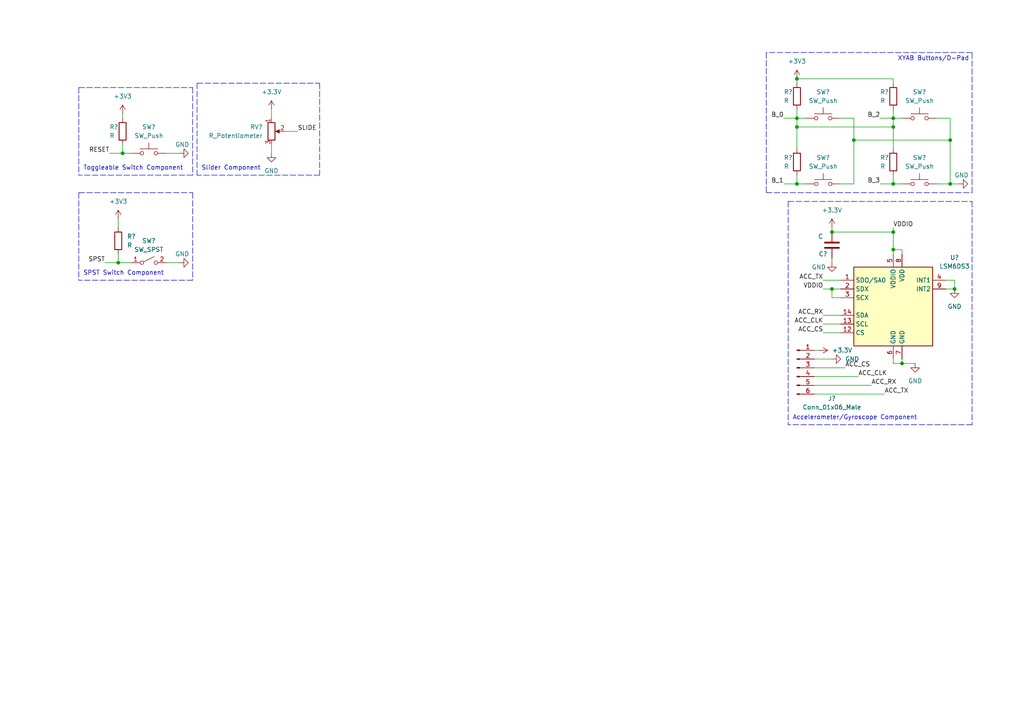
<source format=kicad_sch>
(kicad_sch (version 20211123) (generator eeschema)
  (paper "A4")
  (lib_symbols
    (symbol "+3V3_1" (power) (pin_names (offset 0))
      (property "Value" "+3V3_1" (at 0 3.556 0))
      (symbol "+3V3_1_0_1"
        (polyline (pts (xy -0.762 1.27) (xy 0 2.54)))
        (polyline (pts (xy 0 0) (xy 0 2.54)))
        (polyline (pts (xy 0 2.54) (xy 0.762 1.27)))
      )
      (symbol "+3V3_1_1_1"
        (pin power_in line (at 0 0 90) (length 0) hide (name "+3V3") (number "1"))
      )
    )
    (symbol "+3V3_2" (power) (pin_names (offset 0))
      (property "Value" "+3V3_2" (at 0 3.556 0))
      (symbol "+3V3_2_0_1"
        (polyline (pts (xy -0.762 1.27) (xy 0 2.54)))
        (polyline (pts (xy 0 0) (xy 0 2.54)))
        (polyline (pts (xy 0 2.54) (xy 0.762 1.27)))
      )
      (symbol "+3V3_2_1_1"
        (pin power_in line (at 0 0 90) (length 0) hide (name "+3V3") (number "1"))
      )
    )
    (symbol "Connector:Conn_01x06_Male" (pin_names (offset 1.016) hide)
      (property "Reference" "J" (at 0 7.62 0))
      (property "Value" "Conn_01x06_Male" (at 0 -10.16 0))
      (symbol "Conn_01x06_Male_1_1"
        (polyline (pts (xy 1.27 -7.62) (xy 0.8636 -7.62)) (stroke (width 0.1524)))
        (polyline (pts (xy 1.27 -5.08) (xy 0.8636 -5.08)) (stroke (width 0.1524)))
        (polyline (pts (xy 1.27 -2.54) (xy 0.8636 -2.54)) (stroke (width 0.1524)))
        (polyline (pts (xy 1.27 0) (xy 0.8636 0)) (stroke (width 0.1524)))
        (polyline (pts (xy 1.27 2.54) (xy 0.8636 2.54)) (stroke (width 0.1524)))
        (polyline (pts (xy 1.27 5.08) (xy 0.8636 5.08)) (stroke (width 0.1524)))
        (rectangle (start 0.8636 -7.493) (end 0 -7.747) (stroke (width 0.1524)) (fill (type outline)))
        (rectangle (start 0.8636 -4.953) (end 0 -5.207) (stroke (width 0.1524)) (fill (type outline)))
        (rectangle (start 0.8636 -2.413) (end 0 -2.667) (stroke (width 0.1524)) (fill (type outline)))
        (rectangle (start 0.8636 0.127) (end 0 -0.127) (stroke (width 0.1524)) (fill (type outline)))
        (rectangle (start 0.8636 2.667) (end 0 2.413) (stroke (width 0.1524)) (fill (type outline)))
        (rectangle (start 0.8636 5.207) (end 0 4.953) (stroke (width 0.1524)) (fill (type outline)))
        (pin passive line (at 5.08 5.08 180) (length 3.81) (name "Pin_1") (number "1"))
        (pin passive line (at 5.08 2.54 180) (length 3.81) (name "Pin_2") (number "2"))
        (pin passive line (at 5.08 0 180) (length 3.81) (name "Pin_3") (number "3"))
        (pin passive line (at 5.08 -2.54 180) (length 3.81) (name "Pin_4") (number "4"))
        (pin passive line (at 5.08 -5.08 180) (length 3.81) (name "Pin_5") (number "5"))
        (pin passive line (at 5.08 -7.62 180) (length 3.81) (name "Pin_6") (number "6"))
      )
    )
    (symbol "Device:C" (pin_numbers hide) (pin_names (offset 0.254))
      (property "Reference" "C" (at 0.635 2.54 0))
      (property "Value" "C" (at 0.635 -2.54 0))
      (symbol "C_0_1"
        (polyline (pts (xy -2.032 -0.762) (xy 2.032 -0.762)) (stroke (width 0.508)))
        (polyline (pts (xy -2.032 0.762) (xy 2.032 0.762)) (stroke (width 0.508)))
      )
      (symbol "C_1_1"
        (pin passive line (at 0 3.81 270) (length 2.794) (name "~") (number "1"))
        (pin passive line (at 0 -3.81 90) (length 2.794) (name "~") (number "2"))
      )
    )
    (symbol "Device:R" (pin_numbers hide) (pin_names (offset 0))
      (property "Reference" "R" (at 2.032 0 90))
      (property "Value" "R" (at 0 0 90))
      (symbol "R_0_1"
        (rectangle (start -1.016 -2.54) (end 1.016 2.54) (stroke (width 0.254)))
      )
      (symbol "R_1_1"
        (pin passive line (at 0 3.81 270) (length 1.27) (name "~") (number "1"))
        (pin passive line (at 0 -3.81 90) (length 1.27) (name "~") (number "2"))
      )
    )
    (symbol "Device:R_Potentiometer" (pin_names (offset 1.016) hide)
      (property "Reference" "RV" (at -4.445 0 90))
      (property "Value" "R_Potentiometer" (at -2.54 0 90))
      (symbol "R_Potentiometer_0_1"
        (polyline (pts (xy 2.54 0) (xy 1.524 0)))
        (polyline (pts (xy 1.143 0) (xy 2.286 0.508) (xy 2.286 -0.508) (xy 1.143 0)) (fill (type outline)))
        (rectangle (start 1.016 2.54) (end -1.016 -2.54) (stroke (width 0.254)))
      )
      (symbol "R_Potentiometer_1_1"
        (pin passive line (at 0 3.81 270) (length 1.27) (name "1") (number "1"))
        (pin passive line (at 3.81 0 180) (length 1.27) (name "2") (number "2"))
        (pin passive line (at 0 -3.81 90) (length 1.27) (name "3") (number "3"))
      )
    )
    (symbol "GND_1" (power) (pin_names (offset 0))
      (property "Value" "GND_1" (at 0 -3.81 0))
      (symbol "GND_1_0_1"
        (polyline (pts (xy 0 0) (xy 0 -1.27) (xy 1.27 -1.27) (xy 0 -2.54) (xy -1.27 -1.27) (xy 0 -1.27)))
      )
      (symbol "GND_1_1_1"
        (pin power_in line (at 0 0 270) (length 0) hide (name "GND") (number "1"))
      )
    )
    (symbol "GND_2" (power) (pin_names (offset 0))
      (property "Value" "GND_2" (at 0 -3.81 0))
      (symbol "GND_2_0_1"
        (polyline (pts (xy 0 0) (xy 0 -1.27) (xy 1.27 -1.27) (xy 0 -2.54) (xy -1.27 -1.27) (xy 0 -1.27)))
      )
      (symbol "GND_2_1_1"
        (pin power_in line (at 0 0 270) (length 0) hide (name "GND") (number "1"))
      )
    )
    (symbol "GND_3" (power) (pin_names (offset 0))
      (property "Value" "GND_3" (at 0 -3.81 0))
      (symbol "GND_3_0_1"
        (polyline (pts (xy 0 0) (xy 0 -1.27) (xy 1.27 -1.27) (xy 0 -2.54) (xy -1.27 -1.27) (xy 0 -1.27)))
      )
      (symbol "GND_3_1_1"
        (pin power_in line (at 0 0 270) (length 0) hide (name "GND") (number "1"))
      )
    )
    (symbol "GND_4" (power) (pin_names (offset 0))
      (property "Value" "GND_4" (at 0 -3.81 0))
      (symbol "GND_4_0_1"
        (polyline (pts (xy 0 0) (xy 0 -1.27) (xy 1.27 -1.27) (xy 0 -2.54) (xy -1.27 -1.27) (xy 0 -1.27)))
      )
      (symbol "GND_4_1_1"
        (pin power_in line (at 0 0 270) (length 0) hide (name "GND") (number "1"))
      )
    )
    (symbol "GND_5" (power) (pin_names (offset 0))
      (property "Value" "GND_5" (at 0 -3.81 0))
      (symbol "GND_5_0_1"
        (polyline (pts (xy 0 0) (xy 0 -1.27) (xy 1.27 -1.27) (xy 0 -2.54) (xy -1.27 -1.27) (xy 0 -1.27)))
      )
      (symbol "GND_5_1_1"
        (pin power_in line (at 0 0 270) (length 0) hide (name "GND") (number "1"))
      )
    )
    (symbol "GND_6" (power) (pin_names (offset 0))
      (property "Value" "GND_6" (at 0 -3.81 0))
      (symbol "GND_6_0_1"
        (polyline (pts (xy 0 0) (xy 0 -1.27) (xy 1.27 -1.27) (xy 0 -2.54) (xy -1.27 -1.27) (xy 0 -1.27)))
      )
      (symbol "GND_6_1_1"
        (pin power_in line (at 0 0 270) (length 0) hide (name "GND") (number "1"))
      )
    )
    (symbol "GND_7" (power) (pin_names (offset 0))
      (property "Value" "GND_7" (at 0 -3.81 0))
      (symbol "GND_7_0_1"
        (polyline (pts (xy 0 0) (xy 0 -1.27) (xy 1.27 -1.27) (xy 0 -2.54) (xy -1.27 -1.27) (xy 0 -1.27)))
      )
      (symbol "GND_7_1_1"
        (pin power_in line (at 0 0 270) (length 0) hide (name "GND") (number "1"))
      )
    )
    (symbol "Sensor_Motion:LSM6DS3"
      (property "Reference" "U" (at -11.43 15.24 0))
      (property "Value" "LSM6DS3" (at -11.43 12.7 0))
      (symbol "LSM6DS3_0_1"
        (rectangle (start 11.43 11.43) (end -11.43 -11.43) (stroke (width 0.254)) (fill (type background)))
      )
      (symbol "LSM6DS3_1_1"
        (pin bidirectional line (at -15.24 7.62 0) (length 3.81) (name "SDO/SA0") (number "1"))
        (pin no_connect line (at 10.16 -5.08 180) (length 3.81) hide (name "NC") (number "10"))
        (pin no_connect line (at 10.16 -2.54 180) (length 3.81) hide (name "NC") (number "11"))
        (pin input line (at -15.24 -7.62 0) (length 3.81) (name "CS") (number "12"))
        (pin input line (at -15.24 -5.08 0) (length 3.81) (name "SCL") (number "13"))
        (pin bidirectional line (at -15.24 -2.54 0) (length 3.81) (name "SDA") (number "14"))
        (pin bidirectional line (at -15.24 5.08 0) (length 3.81) (name "SDX") (number "2"))
        (pin input line (at -15.24 2.54 0) (length 3.81) (name "SCX") (number "3"))
        (pin output line (at 15.24 7.62 180) (length 3.81) (name "INT1") (number "4"))
        (pin power_in line (at 0 15.24 270) (length 3.81) (name "VDDIO") (number "5"))
        (pin power_in line (at 0 -15.24 90) (length 3.81) (name "GND") (number "6"))
        (pin power_in line (at 2.54 -15.24 90) (length 3.81) (name "GND") (number "7"))
        (pin power_in line (at 2.54 15.24 270) (length 3.81) (name "VDD") (number "8"))
        (pin output line (at 15.24 5.08 180) (length 3.81) (name "INT2") (number "9"))
      )
    )
    (symbol "Switch:SW_Push" (pin_numbers hide) (pin_names (offset 1.016) hide)
      (property "Reference" "SW" (at 1.27 2.54 0))
      (property "Value" "SW_Push" (at 0 -1.524 0))
      (symbol "SW_Push_0_1"
        (circle (center -2.032 0) (radius 0.508))
        (polyline (pts (xy 0 1.27) (xy 0 3.048)))
        (polyline (pts (xy 2.54 1.27) (xy -2.54 1.27)))
        (circle (center 2.032 0) (radius 0.508))
        (pin passive line (at -5.08 0 0) (length 2.54) (name "1") (number "1"))
        (pin passive line (at 5.08 0 180) (length 2.54) (name "2") (number "2"))
      )
    )
    (symbol "Switch:SW_SPST" (pin_names (offset 0) hide)
      (property "Reference" "SW" (at 0 3.175 0))
      (property "Value" "SW_SPST" (at 0 -2.54 0))
      (symbol "SW_SPST_0_0"
        (circle (center -2.032 0) (radius 0.508))
        (polyline (pts (xy -1.524 0.254) (xy 1.524 1.778)))
        (circle (center 2.032 0) (radius 0.508))
      )
      (symbol "SW_SPST_1_1"
        (pin passive line (at -5.08 0 0) (length 2.54) (name "A") (number "1"))
        (pin passive line (at 5.08 0 180) (length 2.54) (name "B") (number "2"))
      )
    )
    (symbol "power:+3.3V" (power) (pin_names (offset 0))
      (property "Value" "+3.3V" (at 0 3.556 0))
      (symbol "+3.3V_0_1"
        (polyline (pts (xy -0.762 1.27) (xy 0 2.54)))
        (polyline (pts (xy 0 0) (xy 0 2.54)))
        (polyline (pts (xy 0 2.54) (xy 0.762 1.27)))
      )
      (symbol "+3.3V_1_1"
        (pin power_in line (at 0 0 90) (length 0) hide (name "+3.3V") (number "1"))
      )
    )
  )
  (junction (at 259.08 67.31))
  (junction (at 261.62 105.41))
  (junction (at 276.86 83.82))
  (junction (at 231.14 22.86))
  (junction (at 259.08 34.29))
  (junction (at 241.3 83.82))
  (junction (at 241.3 67.31))
  (junction (at 259.08 72.39))
  (junction (at 35.56 44.45))
  (junction (at 259.08 53.34))
  (junction (at 231.14 53.34))
  (junction (at 247.65 40.64))
  (junction (at 259.08 36.83))
  (junction (at 275.59 40.64))
  (junction (at 231.14 36.83))
  (junction (at 34.29 76.2))
  (junction (at 275.59 53.34))
  (junction (at 231.14 34.29))
  (polyline (pts (xy 57.15 24.13) (xy 92.71 24.13)))
  (wire (pts (xy 231.14 34.29) (xy 231.14 36.83)))
  (wire (pts (xy 275.59 53.34) (xy 278.13 53.34)))
  (wire (pts (xy 34.29 73.66) (xy 34.29 76.2)))
  (wire (pts (xy 35.56 33.02) (xy 35.56 34.29)))
  (wire (pts (xy 276.86 81.28) (xy 276.86 83.82)))
  (wire (pts (xy 227.33 34.29) (xy 231.14 34.29)))
  (wire (pts (xy 259.08 105.41) (xy 261.62 105.41)))
  (wire (pts (xy 241.3 86.36) (xy 243.84 86.36)))
  (polyline (pts (xy 92.71 50.8) (xy 57.15 50.8)))
  (wire (pts (xy 275.59 40.64) (xy 275.59 53.34)))
  (wire (pts (xy 231.14 22.86) (xy 259.08 22.86)))
  (wire (pts (xy 236.22 111.76) (xy 252.73 111.76)))
  (polyline (pts (xy 222.25 15.24) (xy 222.25 55.88)))
  (wire (pts (xy 78.74 44.45) (xy 78.74 41.91)))
  (polyline (pts (xy 228.6 58.42) (xy 228.6 123.19)))
  (wire (pts (xy 236.22 101.6) (xy 237.49 101.6)))
  (wire (pts (xy 231.14 36.83) (xy 259.08 36.83)))
  (wire (pts (xy 275.59 34.29) (xy 275.59 40.64)))
  (polyline (pts (xy 55.88 50.8) (xy 22.86 50.8)))
  (wire (pts (xy 34.29 76.2) (xy 38.1 76.2)))
  (wire (pts (xy 271.78 34.29) (xy 275.59 34.29)))
  (wire (pts (xy 236.22 104.14) (xy 241.3 104.14)))
  (wire (pts (xy 243.84 53.34) (xy 247.65 53.34)))
  (wire (pts (xy 238.76 91.44) (xy 243.84 91.44)))
  (wire (pts (xy 261.62 105.41) (xy 265.43 105.41)))
  (wire (pts (xy 236.22 114.3) (xy 256.54 114.3)))
  (polyline (pts (xy 22.86 55.88) (xy 22.86 81.28)))
  (wire (pts (xy 48.26 44.45) (xy 52.07 44.45)))
  (wire (pts (xy 31.75 44.45) (xy 35.56 44.45)))
  (wire (pts (xy 241.3 74.93) (xy 241.3 76.2)))
  (wire (pts (xy 247.65 40.64) (xy 247.65 53.34)))
  (polyline (pts (xy 228.6 58.42) (xy 281.94 58.42)))
  (wire (pts (xy 231.14 50.8) (xy 231.14 53.34)))
  (wire (pts (xy 259.08 34.29) (xy 259.08 36.83)))
  (polyline (pts (xy 22.86 25.4) (xy 22.86 50.8)))
  (wire (pts (xy 231.14 31.75) (xy 231.14 34.29)))
  (wire (pts (xy 241.3 66.04) (xy 241.3 67.31)))
  (wire (pts (xy 247.65 34.29) (xy 247.65 40.64)))
  (wire (pts (xy 238.76 81.28) (xy 243.84 81.28)))
  (wire (pts (xy 255.27 34.29) (xy 259.08 34.29)))
  (wire (pts (xy 261.62 72.39) (xy 261.62 73.66)))
  (wire (pts (xy 243.84 34.29) (xy 247.65 34.29)))
  (polyline (pts (xy 281.94 123.19) (xy 228.6 123.19)))
  (polyline (pts (xy 55.88 55.88) (xy 55.88 81.28)))
  (wire (pts (xy 247.65 40.64) (xy 275.59 40.64)))
  (wire (pts (xy 259.08 67.31) (xy 259.08 72.39)))
  (wire (pts (xy 48.26 76.2) (xy 52.07 76.2)))
  (wire (pts (xy 259.08 53.34) (xy 261.62 53.34)))
  (polyline (pts (xy 22.86 55.88) (xy 55.88 55.88)))
  (polyline (pts (xy 55.88 25.4) (xy 55.88 50.8)))
  (wire (pts (xy 231.14 22.86) (xy 231.14 24.13)))
  (polyline (pts (xy 281.94 55.88) (xy 281.94 15.24)))
  (wire (pts (xy 231.14 34.29) (xy 233.68 34.29)))
  (wire (pts (xy 274.32 83.82) (xy 276.86 83.82)))
  (polyline (pts (xy 281.94 58.42) (xy 281.94 123.19)))
  (wire (pts (xy 241.3 67.31) (xy 259.08 67.31)))
  (wire (pts (xy 82.55 38.1) (xy 86.36 38.1)))
  (wire (pts (xy 241.3 83.82) (xy 243.84 83.82)))
  (wire (pts (xy 259.08 72.39) (xy 259.08 73.66)))
  (polyline (pts (xy 281.94 15.24) (xy 222.25 15.24)))
  (wire (pts (xy 35.56 41.91) (xy 35.56 44.45)))
  (wire (pts (xy 274.32 81.28) (xy 276.86 81.28)))
  (polyline (pts (xy 57.15 24.13) (xy 57.15 50.8)))
  (wire (pts (xy 271.78 53.34) (xy 275.59 53.34)))
  (wire (pts (xy 259.08 72.39) (xy 261.62 72.39)))
  (wire (pts (xy 227.33 53.34) (xy 231.14 53.34)))
  (wire (pts (xy 259.08 36.83) (xy 259.08 43.18)))
  (wire (pts (xy 241.3 83.82) (xy 241.3 86.36)))
  (wire (pts (xy 261.62 105.41) (xy 261.62 104.14)))
  (wire (pts (xy 231.14 36.83) (xy 231.14 43.18)))
  (wire (pts (xy 259.08 34.29) (xy 261.62 34.29)))
  (wire (pts (xy 34.29 63.5) (xy 34.29 66.04)))
  (wire (pts (xy 259.08 50.8) (xy 259.08 53.34)))
  (wire (pts (xy 238.76 96.52) (xy 243.84 96.52)))
  (wire (pts (xy 236.22 106.68) (xy 245.11 106.68)))
  (wire (pts (xy 231.14 53.34) (xy 233.68 53.34)))
  (wire (pts (xy 259.08 31.75) (xy 259.08 34.29)))
  (polyline (pts (xy 92.71 24.13) (xy 92.71 50.8)))
  (wire (pts (xy 255.27 53.34) (xy 259.08 53.34)))
  (polyline (pts (xy 222.25 55.88) (xy 281.94 55.88)))
  (wire (pts (xy 259.08 104.14) (xy 259.08 105.41)))
  (wire (pts (xy 259.08 22.86) (xy 259.08 24.13)))
  (wire (pts (xy 35.56 44.45) (xy 38.1 44.45)))
  (wire (pts (xy 78.74 31.75) (xy 78.74 34.29)))
  (wire (pts (xy 238.76 83.82) (xy 241.3 83.82)))
  (polyline (pts (xy 55.88 81.28) (xy 22.86 81.28)))
  (wire (pts (xy 259.08 66.04) (xy 259.08 67.31)))
  (wire (pts (xy 236.22 109.22) (xy 248.92 109.22)))
  (wire (pts (xy 238.76 93.98) (xy 243.84 93.98)))
  (polyline (pts (xy 22.86 25.4) (xy 55.88 25.4)))
  (wire (pts (xy 30.48 76.2) (xy 34.29 76.2)))
  (text "Toggleable Switch Component\n" (at 24.13 49.53 0) (effects (font (size 1.27 1.27)) (justify left bottom)))
  (text "Slider Component" (at 58.42 49.53 0) (effects (font (size 1.27 1.27)) (justify left bottom)))
  (text "XYAB Buttons/D-Pad" (at 260.35 17.78 0) (effects (font (size 1.27 1.27)) (justify left bottom)))
  (text "SPST Switch Component" (at 24.13 80.01 0) (effects (font (size 1.27 1.27)) (justify left bottom)))
  (text "Accelerometer/Gyroscope Component" (at 229.87 121.92 0) (effects (font (size 1.27 1.27)) (justify left bottom)))
  (label "B_1" (at 227.33 53.34 180))
  (label "ACC_CLK" (at 248.92 109.22 0))
  (label "ACC_CLK" (at 238.76 93.98 180))
  (label "SPST" (at 30.48 76.2 180))
  (label "ACC_TX" (at 256.54 114.3 0))
  (label "ACC_CS" (at 245.11 106.68 0))
  (label "ACC_CS" (at 238.76 96.52 180))
  (label "B_0" (at 227.33 34.29 180))
  (label "B_3" (at 255.27 53.34 180))
  (label "RESET" (at 31.75 44.45 180))
  (label "ACC_RX" (at 238.76 91.44 180))
  (label "B_2" (at 255.27 34.29 180))
  (label "ACC_RX" (at 252.73 111.76 0))
  (label "VDDIO" (at 259.08 66.04 0))
  (label "SLIDE" (at 86.36 38.1 0))
  (label "ACC_TX" (at 238.76 81.28 180))
  (label "VDDIO" (at 238.76 83.82 180))
  (symbol (lib_name "+3V3_1") (lib_id "power:+3V3") (at 35.56 33.02 0) (unit 1)
    (property "Reference" "#PWR?" (effects hide))
    (property "Value" "+3V3" (at 35.56 27.94 0))
  )
  (symbol (lib_id "power:+3.3V") (at 237.49 101.6 270) (unit 1)
    (property "Reference" "#PWR?" (effects hide))
    (property "Value" "+3.3V" (at 241.3 101.5999 90) (effects (justify left)))
  )
  (symbol (lib_name "+3V3_2") (lib_id "power:+3V3") (at 34.29 63.5 0) (unit 1)
    (property "Reference" "#PWR?" (effects hide))
    (property "Value" "+3V3" (at 34.29 58.42 0))
  )
  (symbol (lib_id "Connector:Conn_01x06_Male") (at 231.14 106.68 0) (unit 1)
    (property "Reference" "J?" (at 241.3 115.57 0))
    (property "Value" "Conn_01x06_Male" (at 241.3 118.11 0))
  )
  (symbol (lib_id "Device:R") (at 231.14 27.94 0) (unit 1)
    (property "Reference" "R?" (at 227.33 26.67 0) (effects (justify left)))
    (property "Value" "R" (at 227.33 29.21 0) (effects (justify left)))
  )
  (symbol (lib_id "Sensor_Motion:LSM6DS3") (at 259.08 88.9 0) (unit 1)
    (property "Reference" "U?" (at 276.86 74.7012 0))
    (property "Value" "LSM6DS3" (at 276.86 77.2412 0))
    (property "Footprint" "Package_LGA:LGA-14_3x2.5mm_P0.5mm_LayoutBorder3x4y" (effects hide))
    (property "Datasheet" "www.st.com/resource/en/datasheet/lsm6ds3.pdf" (effects hide))
  )
  (symbol (lib_id "Device:R") (at 34.29 69.85 0) (unit 1)
    (property "Reference" "R?" (at 36.83 68.5799 0) (effects (justify left)))
    (property "Value" "R" (at 36.83 71.1199 0) (effects (justify left)))
  )
  (symbol (lib_name "GND_6") (lib_id "power:GND") (at 78.74 44.45 0) (unit 1)
    (property "Reference" "#PWR?" (effects hide))
    (property "Value" "GND" (at 78.74 49.53 0))
  )
  (symbol (lib_id "Device:C") (at 241.3 71.12 180) (unit 1)
    (property "Reference" "C?" (at 240.03 73.66 0) (effects (justify left)))
    (property "Value" "C" (at 238.76 68.58 0) (effects (justify left)))
    (property "Footprint" "Capacitor_SMD:C_0402_1005Metric" (effects hide))
  )
  (symbol (lib_name "+3V3_1") (lib_id "power:+3V3") (at 231.14 22.86 0) (unit 1)
    (property "Reference" "#PWR?" (effects hide))
    (property "Value" "+3V3" (at 231.14 17.78 0))
  )
  (symbol (lib_name "GND_2") (lib_id "power:GND") (at 265.43 105.41 0) (unit 1)
    (property "Reference" "#PWR?" (effects hide))
    (property "Value" "GND" (at 265.43 110.49 0))
  )
  (symbol (lib_id "power:+3.3V") (at 241.3 66.04 0) (unit 1)
    (property "Reference" "#PWR?" (effects hide))
    (property "Value" "+3.3V" (at 241.3 60.96 0))
  )
  (symbol (lib_name "GND_5") (lib_id "power:GND") (at 241.3 104.14 90) (unit 1)
    (property "Reference" "#PWR?" (effects hide))
    (property "Value" "GND" (at 245.11 104.1399 90) (effects (justify right)))
  )
  (symbol (lib_id "Switch:SW_SPST") (at 43.18 76.2 0) (unit 1)
    (property "Reference" "SW?" (at 43.18 69.85 0))
    (property "Value" "SW_SPST" (at 43.18 72.39 0))
  )
  (symbol (lib_id "Switch:SW_Push") (at 238.76 34.29 0) (unit 1)
    (property "Reference" "SW?" (at 238.76 26.67 0))
    (property "Value" "SW_Push" (at 238.76 29.21 0))
  )
  (symbol (lib_id "Switch:SW_Push") (at 266.7 53.34 0) (unit 1)
    (property "Reference" "SW?" (at 266.7 45.72 0))
    (property "Value" "SW_Push" (at 266.7 48.26 0))
  )
  (symbol (lib_id "Device:R") (at 259.08 46.99 0) (unit 1)
    (property "Reference" "R?" (at 255.27 45.72 0) (effects (justify left)))
    (property "Value" "R" (at 255.27 48.26 0) (effects (justify left)))
  )
  (symbol (lib_id "Device:R") (at 259.08 27.94 0) (unit 1)
    (property "Reference" "R?" (at 255.27 26.67 0) (effects (justify left)))
    (property "Value" "R" (at 255.27 29.21 0) (effects (justify left)))
  )
  (symbol (lib_name "GND_3") (lib_id "power:GND") (at 241.3 76.2 0) (unit 1)
    (property "Reference" "#PWR?" (effects hide))
    (property "Value" "GND" (at 237.49 77.47 0))
  )
  (symbol (lib_id "Device:R") (at 35.56 38.1 0) (unit 1)
    (property "Reference" "R?" (at 31.75 36.83 0) (effects (justify left)))
    (property "Value" "R" (at 31.75 39.37 0) (effects (justify left)))
  )
  (symbol (lib_id "power:+3.3V") (at 78.74 31.75 0) (unit 1)
    (property "Reference" "#PWR?" (effects hide))
    (property "Value" "+3.3V" (at 78.74 26.67 0))
  )
  (symbol (lib_id "Switch:SW_Push") (at 238.76 53.34 0) (unit 1)
    (property "Reference" "SW?" (at 238.76 45.72 0))
    (property "Value" "SW_Push" (at 238.76 48.26 0))
  )
  (symbol (lib_name "GND_4") (lib_id "power:GND") (at 276.86 83.82 0) (unit 1)
    (property "Reference" "#PWR?" (effects hide))
    (property "Value" "GND" (at 276.86 88.9 0))
  )
  (symbol (lib_name "GND_7") (lib_id "power:GND") (at 52.07 76.2 90) (unit 1)
    (property "Reference" "#PWR?" (effects hide))
    (property "Value" "GND" (at 50.8 73.66 90) (effects (justify right)))
  )
  (symbol (lib_id "Device:R") (at 231.14 46.99 0) (unit 1)
    (property "Reference" "R?" (at 227.33 45.72 0) (effects (justify left)))
    (property "Value" "R" (at 227.33 48.26 0) (effects (justify left)))
  )
  (symbol (lib_id "Switch:SW_Push") (at 266.7 34.29 0) (unit 1)
    (property "Reference" "SW?" (at 266.7 26.67 0))
    (property "Value" "SW_Push" (at 266.7 29.21 0))
  )
  (symbol (lib_name "GND_1") (lib_id "power:GND") (at 278.13 53.34 90) (unit 1)
    (property "Reference" "#PWR?" (effects hide))
    (property "Value" "GND" (at 276.86 50.8 90) (effects (justify right)))
  )
  (symbol (lib_id "Device:R_Potentiometer") (at 78.74 38.1 0) (unit 1)
    (property "Reference" "RV?" (at 76.2 36.8299 0) (effects (justify right)))
    (property "Value" "R_Potentiometer" (at 76.2 39.3699 0) (effects (justify right)))
  )
  (symbol (lib_name "GND_1") (lib_id "power:GND") (at 52.07 44.45 90) (unit 1)
    (property "Reference" "#PWR?" (effects hide))
    (property "Value" "GND" (at 50.8 41.91 90) (effects (justify right)))
  )
  (symbol (lib_id "Switch:SW_Push") (at 43.18 44.45 0) (unit 1)
    (property "Reference" "SW?" (at 43.18 36.83 0))
    (property "Value" "SW_Push" (at 43.18 39.37 0))
  )
)
</source>
